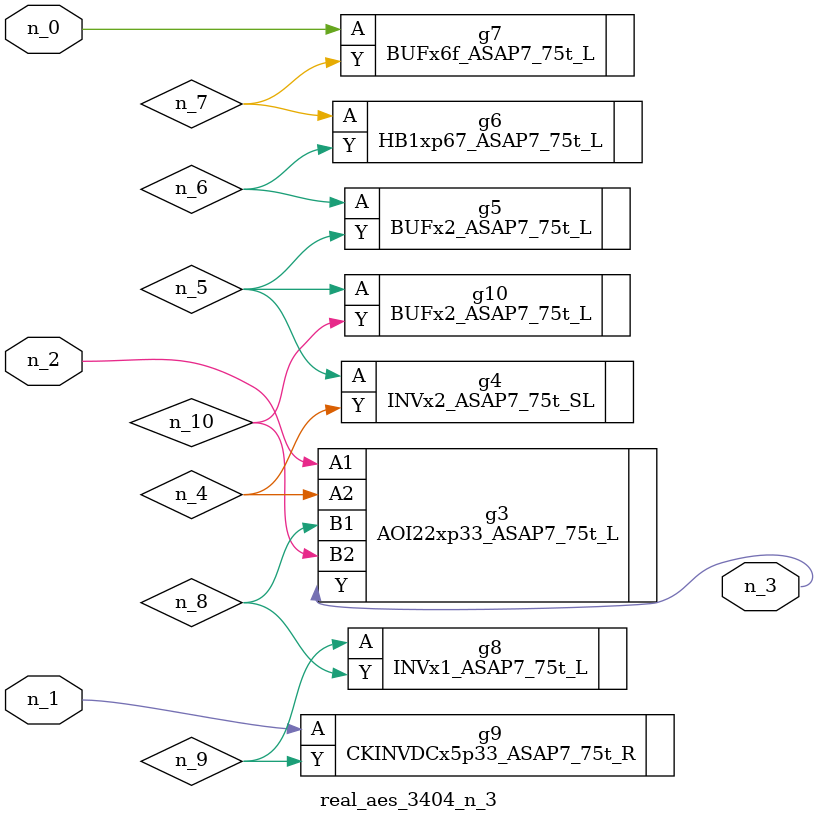
<source format=v>
module real_aes_3404_n_3 (n_0, n_2, n_1, n_3);
input n_0;
input n_2;
input n_1;
output n_3;
wire n_4;
wire n_5;
wire n_7;
wire n_8;
wire n_6;
wire n_9;
wire n_10;
BUFx6f_ASAP7_75t_L g7 ( .A(n_0), .Y(n_7) );
CKINVDCx5p33_ASAP7_75t_R g9 ( .A(n_1), .Y(n_9) );
AOI22xp33_ASAP7_75t_L g3 ( .A1(n_2), .A2(n_4), .B1(n_8), .B2(n_10), .Y(n_3) );
INVx2_ASAP7_75t_SL g4 ( .A(n_5), .Y(n_4) );
BUFx2_ASAP7_75t_L g10 ( .A(n_5), .Y(n_10) );
BUFx2_ASAP7_75t_L g5 ( .A(n_6), .Y(n_5) );
HB1xp67_ASAP7_75t_L g6 ( .A(n_7), .Y(n_6) );
INVx1_ASAP7_75t_L g8 ( .A(n_9), .Y(n_8) );
endmodule
</source>
